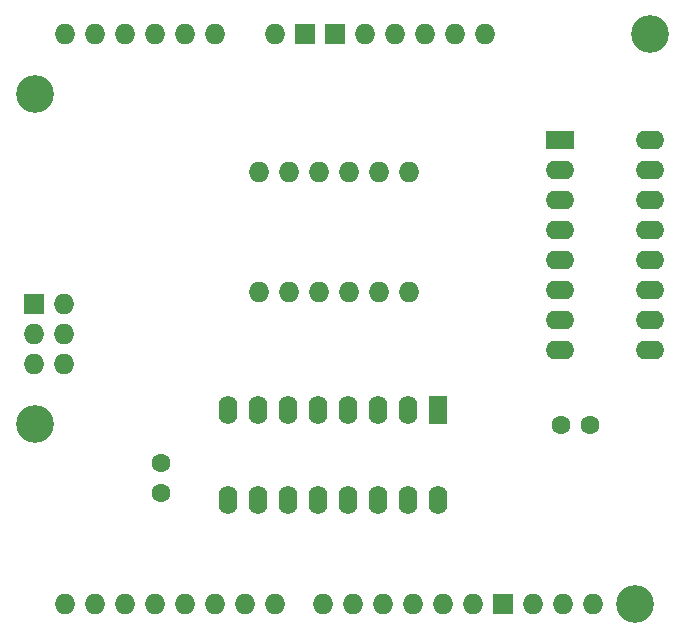
<source format=gbs>
%TF.GenerationSoftware,KiCad,Pcbnew,8.0.8-8.0.8-0~ubuntu24.04.1*%
%TF.CreationDate,2025-02-16T19:13:56-08:00*%
%TF.ProjectId,simple-counter,73696d70-6c65-42d6-936f-756e7465722e,V1.0*%
%TF.SameCoordinates,Original*%
%TF.FileFunction,Soldermask,Bot*%
%TF.FilePolarity,Negative*%
%FSLAX46Y46*%
G04 Gerber Fmt 4.6, Leading zero omitted, Abs format (unit mm)*
G04 Created by KiCad (PCBNEW 8.0.8-8.0.8-0~ubuntu24.04.1) date 2025-02-16 19:13:56*
%MOMM*%
%LPD*%
G01*
G04 APERTURE LIST*
%ADD10C,1.600000*%
%ADD11O,1.727200X1.727200*%
%ADD12O,2.400000X1.600000*%
%ADD13R,2.400000X1.600000*%
%ADD14R,1.600000X2.400000*%
%ADD15O,1.600000X2.400000*%
%ADD16C,3.200000*%
%ADD17R,1.727200X1.727200*%
G04 APERTURE END LIST*
D10*
%TO.C,C1*%
X203397800Y-93965000D03*
X205897800Y-93965000D03*
%TD*%
%TO.C,C2*%
X169545000Y-99675000D03*
X169545000Y-97175000D03*
%TD*%
D11*
%TO.C,DS1*%
X177800000Y-72517000D03*
X180340000Y-72517000D03*
X182880000Y-72517000D03*
X185420000Y-72517000D03*
X187960000Y-72517000D03*
X190500000Y-72517000D03*
X190500000Y-82677000D03*
X187960000Y-82677000D03*
X185420000Y-82677000D03*
X182880000Y-82677000D03*
X180340000Y-82677000D03*
X177800000Y-82677000D03*
%TD*%
D12*
%TO.C,U1*%
X210982800Y-69850000D03*
X210982800Y-72390000D03*
X210982800Y-74930000D03*
X210982800Y-77470000D03*
X210982800Y-80010000D03*
X210982800Y-82550000D03*
X210982800Y-85090000D03*
X210982800Y-87630000D03*
X203362800Y-87630000D03*
X203362800Y-85090000D03*
X203362800Y-82550000D03*
X203362800Y-80010000D03*
X203362800Y-77470000D03*
X203362800Y-74930000D03*
X203362800Y-72390000D03*
D13*
X203362800Y-69850000D03*
%TD*%
D14*
%TO.C,U2*%
X193025000Y-92695000D03*
D15*
X190485000Y-92695000D03*
X187945000Y-92695000D03*
X185405000Y-92695000D03*
X182865000Y-92695000D03*
X180325000Y-92695000D03*
X177785000Y-92695000D03*
X175245000Y-92695000D03*
X175245000Y-100315000D03*
X177785000Y-100315000D03*
X180325000Y-100315000D03*
X182865000Y-100315000D03*
X185405000Y-100315000D03*
X187945000Y-100315000D03*
X190485000Y-100315000D03*
X193025000Y-100315000D03*
%TD*%
D16*
%TO.C,A1*%
X210963184Y-60843385D03*
X209693184Y-109103385D03*
D11*
X196993184Y-60843385D03*
D16*
X158893184Y-93863385D03*
X158893184Y-65923385D03*
D11*
X189373184Y-60843385D03*
X186833184Y-60843385D03*
X158766184Y-88783385D03*
X174133184Y-60843385D03*
X171593184Y-60843385D03*
X169053184Y-60843385D03*
X166513184Y-60843385D03*
X163973184Y-60843385D03*
X161433184Y-60843385D03*
X201057184Y-109103385D03*
X161433184Y-109103385D03*
X163973184Y-109103385D03*
X166513184Y-109103385D03*
X169053184Y-109103385D03*
X171593184Y-109103385D03*
X174133184Y-109103385D03*
X176673184Y-109103385D03*
X179213184Y-109103385D03*
X183277184Y-109103385D03*
X185817184Y-109103385D03*
X188357184Y-109103385D03*
X190897184Y-109103385D03*
X193437184Y-109103385D03*
X195977184Y-109103385D03*
D17*
X198517184Y-109103385D03*
X184293184Y-60843385D03*
X181753184Y-60843385D03*
X158766184Y-83703385D03*
D11*
X194453184Y-60843385D03*
X161306184Y-88783385D03*
X158766184Y-86243385D03*
X191913184Y-60843385D03*
X161306184Y-83703385D03*
X161306184Y-86243385D03*
X206137184Y-109103385D03*
X203597184Y-109103385D03*
X179213184Y-60843385D03*
%TD*%
M02*

</source>
